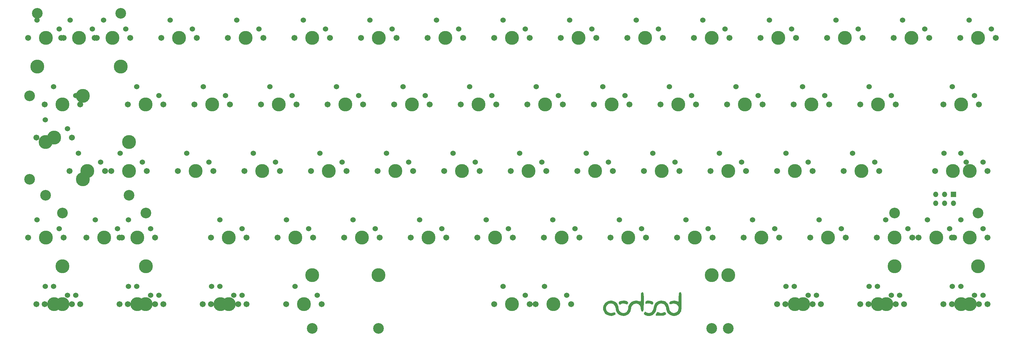
<source format=gbr>
G04 #@! TF.GenerationSoftware,KiCad,Pcbnew,(6.0.9)*
G04 #@! TF.CreationDate,2023-03-21T17:12:47-04:00*
G04 #@! TF.ProjectId,nue-pcb,6e75652d-7063-4622-9e6b-696361645f70,0.1*
G04 #@! TF.SameCoordinates,Original*
G04 #@! TF.FileFunction,Soldermask,Bot*
G04 #@! TF.FilePolarity,Negative*
%FSLAX46Y46*%
G04 Gerber Fmt 4.6, Leading zero omitted, Abs format (unit mm)*
G04 Created by KiCad (PCBNEW (6.0.9)) date 2023-03-21 17:12:47*
%MOMM*%
%LPD*%
G01*
G04 APERTURE LIST*
%ADD10C,1.701800*%
%ADD11C,1.524000*%
%ADD12C,3.987800*%
%ADD13C,3.048000*%
%ADD14R,1.524000X1.524000*%
%ADD15O,1.524000X1.524000*%
G04 APERTURE END LIST*
G36*
X238081445Y-140323249D02*
G01*
X238547278Y-140473348D01*
X238658031Y-140531261D01*
X238883185Y-140714618D01*
X238942088Y-140928298D01*
X238847011Y-141202139D01*
X238697630Y-141347969D01*
X238461687Y-141358351D01*
X238123473Y-141230209D01*
X237912244Y-141150826D01*
X237631356Y-141118702D01*
X237241450Y-141141386D01*
X236657419Y-141201222D01*
X236657419Y-140836424D01*
X236663777Y-140697632D01*
X236726481Y-140489290D01*
X236880597Y-140362517D01*
X237155838Y-140299510D01*
X237581919Y-140282464D01*
X238081445Y-140323249D01*
G37*
G36*
X246717103Y-137913416D02*
G01*
X246807176Y-137945910D01*
X246874067Y-138023817D01*
X246921192Y-138166755D01*
X246951967Y-138394341D01*
X246969806Y-138726191D01*
X246978127Y-139181923D01*
X246980344Y-139781153D01*
X246979873Y-140543498D01*
X246979854Y-140567324D01*
X246978148Y-141320712D01*
X246973548Y-141915100D01*
X246964689Y-142373562D01*
X246950202Y-142719174D01*
X246928723Y-142975010D01*
X246898884Y-143164147D01*
X246859319Y-143309659D01*
X246808661Y-143434622D01*
X246579306Y-143813570D01*
X246152841Y-144216024D01*
X245593464Y-144494730D01*
X245406382Y-144555437D01*
X244967290Y-144648314D01*
X244554745Y-144638753D01*
X244079055Y-144528772D01*
X243877746Y-144460422D01*
X243384086Y-144189776D01*
X243013663Y-143800519D01*
X242756642Y-143279901D01*
X242603191Y-142615172D01*
X242547143Y-142314139D01*
X242353729Y-141784156D01*
X242059380Y-141406271D01*
X241663695Y-141180062D01*
X241166273Y-141105107D01*
X240973047Y-141118904D01*
X240542244Y-141266837D01*
X240195371Y-141564812D01*
X239946525Y-141997805D01*
X239809803Y-142550792D01*
X239779903Y-142745145D01*
X239699375Y-143114875D01*
X239607102Y-143411635D01*
X239395440Y-143760994D01*
X239059460Y-144108562D01*
X238659950Y-144397260D01*
X238254888Y-144577115D01*
X238235533Y-144582414D01*
X237812582Y-144648861D01*
X237371158Y-144640586D01*
X236951179Y-144567684D01*
X236592564Y-144440252D01*
X236335231Y-144268388D01*
X236219099Y-144062189D01*
X236250068Y-143872487D01*
X236370094Y-143656682D01*
X236548260Y-143436657D01*
X236912222Y-143641215D01*
X236946764Y-143660120D01*
X237413302Y-143820851D01*
X237861600Y-143814359D01*
X238267653Y-143654942D01*
X238607458Y-143356900D01*
X238857012Y-142934531D01*
X238992311Y-142402134D01*
X239036478Y-142123629D01*
X239239643Y-141482211D01*
X239564036Y-140970575D01*
X240002375Y-140595732D01*
X240547379Y-140364694D01*
X241191765Y-140284470D01*
X241693707Y-140322444D01*
X242213189Y-140485551D01*
X242680612Y-140793092D01*
X242760427Y-140864301D01*
X243055995Y-141233819D01*
X243265956Y-141713508D01*
X243405327Y-142335323D01*
X243467108Y-142658207D01*
X243607487Y-143063130D01*
X243824644Y-143372904D01*
X244148577Y-143640198D01*
X244356494Y-143752981D01*
X244768563Y-143840596D01*
X245180499Y-143782341D01*
X245558917Y-143597530D01*
X245870435Y-143305476D01*
X246081669Y-142925496D01*
X246159236Y-142476902D01*
X246107914Y-142076227D01*
X245914815Y-141661000D01*
X245601331Y-141353073D01*
X245191988Y-141167950D01*
X244711314Y-141121136D01*
X244183835Y-141228137D01*
X244105555Y-141254339D01*
X243823150Y-141313642D01*
X243638650Y-141264124D01*
X243505676Y-141096803D01*
X243476950Y-141030980D01*
X243480212Y-140799476D01*
X243637146Y-140594637D01*
X243925071Y-140430698D01*
X244321305Y-140321895D01*
X244803167Y-140282464D01*
X245028489Y-140292418D01*
X245390886Y-140342109D01*
X245671152Y-140419514D01*
X245728740Y-140443077D01*
X245949411Y-140523916D01*
X246079369Y-140556564D01*
X246083170Y-140555281D01*
X246112983Y-140450237D01*
X246137262Y-140201087D01*
X246153597Y-139842331D01*
X246159578Y-139408472D01*
X246161004Y-139142071D01*
X246177316Y-138638334D01*
X246216120Y-138285108D01*
X246282747Y-138060235D01*
X246382526Y-137941559D01*
X246520787Y-137906924D01*
X246600432Y-137906718D01*
X246717103Y-137913416D01*
G37*
G36*
X235840248Y-137906925D02*
G01*
X235947672Y-137923939D01*
X236031570Y-137987546D01*
X236094663Y-138117189D01*
X236139670Y-138332308D01*
X236169310Y-138652342D01*
X236186304Y-139096734D01*
X236193372Y-139684922D01*
X236193232Y-140436349D01*
X236193139Y-140462918D01*
X236186174Y-141296113D01*
X236170253Y-141963907D01*
X236142884Y-142483038D01*
X236101577Y-142870246D01*
X236043843Y-143142269D01*
X235967191Y-143315847D01*
X235869130Y-143407718D01*
X235747170Y-143434622D01*
X235660028Y-143425370D01*
X235547544Y-143356328D01*
X235464235Y-143194376D01*
X235397275Y-142909652D01*
X235333837Y-142472293D01*
X235283306Y-142211170D01*
X235085793Y-141750420D01*
X234787449Y-141407703D01*
X234417280Y-141191252D01*
X234004294Y-141109299D01*
X233577497Y-141170075D01*
X233165897Y-141381815D01*
X232798500Y-141752749D01*
X232722675Y-141892822D01*
X232620325Y-142206065D01*
X232549946Y-142579764D01*
X232540414Y-142651309D01*
X232373860Y-143316026D01*
X232081122Y-143849731D01*
X231659693Y-144255827D01*
X231107065Y-144537717D01*
X231007378Y-144570155D01*
X230432205Y-144656140D01*
X229838160Y-144597968D01*
X229279534Y-144406191D01*
X228810615Y-144091361D01*
X228803499Y-144084744D01*
X228574788Y-143793981D01*
X228368518Y-143403338D01*
X228219161Y-142990269D01*
X228161190Y-142632227D01*
X228130630Y-142320306D01*
X227964242Y-141862424D01*
X227678134Y-141491608D01*
X227300741Y-141231751D01*
X226860496Y-141106743D01*
X226385837Y-141140480D01*
X226177205Y-141224992D01*
X225851584Y-141466013D01*
X225577688Y-141787939D01*
X225413366Y-142131802D01*
X225412252Y-142135972D01*
X225382907Y-142577036D01*
X225507999Y-143004468D01*
X225761293Y-143379326D01*
X226116557Y-143662667D01*
X226547558Y-143815546D01*
X226893818Y-143812340D01*
X227326902Y-143703839D01*
X227609351Y-143623258D01*
X227873166Y-143626251D01*
X228022112Y-143759731D01*
X228068930Y-144029284D01*
X228055234Y-144156235D01*
X227957287Y-144307374D01*
X227726304Y-144444637D01*
X227607149Y-144496916D01*
X227016125Y-144644905D01*
X226411749Y-144632120D01*
X225835436Y-144463739D01*
X225328596Y-144144937D01*
X225089826Y-143911240D01*
X224756734Y-143421420D01*
X224574655Y-142893804D01*
X224534251Y-142353873D01*
X224626185Y-141827104D01*
X224841119Y-141338977D01*
X225169716Y-140914971D01*
X225602639Y-140580564D01*
X226130549Y-140361235D01*
X226744110Y-140282464D01*
X227074681Y-140306873D01*
X227629495Y-140454204D01*
X228118874Y-140714549D01*
X228490338Y-141064409D01*
X228587277Y-141209075D01*
X228785961Y-141623676D01*
X228928205Y-142082188D01*
X228982599Y-142493430D01*
X228993059Y-142632631D01*
X229125981Y-143038519D01*
X229379132Y-143403703D01*
X229711124Y-143661810D01*
X230164319Y-143820205D01*
X230595095Y-143806991D01*
X231041280Y-143620472D01*
X231394189Y-143331714D01*
X231639562Y-142916876D01*
X231727617Y-142415778D01*
X231774760Y-141986147D01*
X231976461Y-141431047D01*
X232316263Y-140961832D01*
X232771957Y-140599889D01*
X233321336Y-140366602D01*
X233942188Y-140283356D01*
X234153241Y-140292327D01*
X234518441Y-140342556D01*
X234805344Y-140422378D01*
X234944515Y-140478326D01*
X235121660Y-140527694D01*
X235242591Y-140504400D01*
X235318014Y-140386432D01*
X235358633Y-140151781D01*
X235375154Y-139778436D01*
X235378283Y-139244387D01*
X235378600Y-138993096D01*
X235384939Y-138546464D01*
X235406801Y-138242792D01*
X235453682Y-138054541D01*
X235535075Y-137954173D01*
X235660475Y-137914146D01*
X235839375Y-137906924D01*
X235840248Y-137906925D01*
G37*
G36*
X230675497Y-140298716D02*
G01*
X231127695Y-140383014D01*
X231461571Y-140532309D01*
X231661191Y-140734301D01*
X231710624Y-140976689D01*
X231593939Y-141247171D01*
X231491401Y-141357786D01*
X231370688Y-141371971D01*
X231159946Y-141295979D01*
X230866414Y-141198068D01*
X230412459Y-141130192D01*
X229992669Y-141156311D01*
X229667851Y-141277191D01*
X229508012Y-141378821D01*
X229348161Y-141448292D01*
X229240229Y-141411440D01*
X229124830Y-141267170D01*
X229038992Y-141115780D01*
X228999635Y-140843765D01*
X229122719Y-140615018D01*
X229396292Y-140439147D01*
X229808402Y-140325762D01*
X230347098Y-140284470D01*
X230675497Y-140298716D01*
G37*
G36*
X240142430Y-143486740D02*
G01*
X240306617Y-143551376D01*
X240540513Y-143663039D01*
X240923081Y-143807156D01*
X241355867Y-143822010D01*
X241794850Y-143664636D01*
X241938767Y-143594262D01*
X242191921Y-143534479D01*
X242371605Y-143622203D01*
X242513957Y-143867635D01*
X242578613Y-144053316D01*
X242556794Y-144179020D01*
X242417395Y-144295063D01*
X242195358Y-144422791D01*
X241920298Y-144547968D01*
X241789236Y-144580193D01*
X241448258Y-144613420D01*
X240962877Y-144624814D01*
X240355787Y-144614048D01*
X239649686Y-144580795D01*
X239614250Y-144563156D01*
X239596323Y-144433769D01*
X239645734Y-144219472D01*
X239742205Y-143968621D01*
X239865457Y-143729572D01*
X239995212Y-143550681D01*
X240111189Y-143480305D01*
X240142430Y-143486740D01*
G37*
D10*
X336867500Y-65087500D03*
D11*
X329247500Y-60007500D03*
D12*
X331787500Y-65087500D03*
D10*
X326707500Y-65087500D03*
D11*
X335597500Y-62547500D03*
X316547500Y-62547500D03*
D12*
X312737500Y-65087500D03*
D10*
X317817500Y-65087500D03*
D11*
X310197500Y-60007500D03*
D10*
X307657500Y-65087500D03*
X288607500Y-65087500D03*
D12*
X293687500Y-65087500D03*
D11*
X291147500Y-60007500D03*
X297497500Y-62547500D03*
D10*
X298767500Y-65087500D03*
X269557500Y-65087500D03*
D11*
X278447500Y-62547500D03*
X272097500Y-60007500D03*
D12*
X274637500Y-65087500D03*
D10*
X279717500Y-65087500D03*
X260667500Y-65087500D03*
D11*
X259397500Y-62547500D03*
D10*
X250507500Y-65087500D03*
D11*
X253047500Y-60007500D03*
D12*
X255587500Y-65087500D03*
D11*
X233997500Y-60007500D03*
D12*
X236537500Y-65087500D03*
D10*
X241617500Y-65087500D03*
D11*
X240347500Y-62547500D03*
D10*
X231457500Y-65087500D03*
X222567500Y-65087500D03*
D12*
X217487500Y-65087500D03*
D11*
X221297500Y-62547500D03*
X214947500Y-60007500D03*
D10*
X212407500Y-65087500D03*
X193357500Y-65087500D03*
D11*
X202247500Y-62547500D03*
D12*
X198437500Y-65087500D03*
D11*
X195897500Y-60007500D03*
D10*
X203517500Y-65087500D03*
X174307500Y-65087500D03*
D12*
X179387500Y-65087500D03*
D11*
X183197500Y-62547500D03*
D10*
X184467500Y-65087500D03*
D11*
X176847500Y-60007500D03*
D12*
X160337500Y-65087500D03*
D11*
X164147500Y-62547500D03*
X157797500Y-60007500D03*
D10*
X165417500Y-65087500D03*
X155257500Y-65087500D03*
X136207500Y-65087500D03*
D11*
X138747500Y-60007500D03*
X145097500Y-62547500D03*
D12*
X141287500Y-65087500D03*
D10*
X146367500Y-65087500D03*
D11*
X126047500Y-62547500D03*
X119697500Y-60007500D03*
D10*
X127317500Y-65087500D03*
D12*
X122237500Y-65087500D03*
D10*
X117157500Y-65087500D03*
D12*
X103187500Y-65087500D03*
D11*
X106997500Y-62547500D03*
D10*
X98107500Y-65087500D03*
D11*
X100647500Y-60007500D03*
D10*
X108267500Y-65087500D03*
D12*
X74612500Y-65087500D03*
D11*
X72072500Y-60007500D03*
D12*
X62674500Y-73342500D03*
D10*
X69532500Y-65087500D03*
X79692500Y-65087500D03*
D13*
X86550500Y-58102500D03*
D11*
X78422500Y-62547500D03*
D13*
X62674500Y-58102500D03*
D12*
X86550500Y-73342500D03*
D11*
X300672500Y-79057500D03*
D10*
X308292500Y-84137500D03*
D11*
X307022500Y-81597500D03*
D10*
X298132500Y-84137500D03*
D12*
X303212500Y-84137500D03*
D11*
X287972500Y-81597500D03*
X281622500Y-79057500D03*
D10*
X289242500Y-84137500D03*
D12*
X284162500Y-84137500D03*
D10*
X279082500Y-84137500D03*
D11*
X262572500Y-79057500D03*
D10*
X260032500Y-84137500D03*
D11*
X268922500Y-81597500D03*
D10*
X270192500Y-84137500D03*
D12*
X265112500Y-84137500D03*
D11*
X249872500Y-81597500D03*
D12*
X246062500Y-84137500D03*
D10*
X240982500Y-84137500D03*
D11*
X243522500Y-79057500D03*
D10*
X251142500Y-84137500D03*
X232092500Y-84137500D03*
D11*
X230822500Y-81597500D03*
X224472500Y-79057500D03*
D12*
X227012500Y-84137500D03*
D10*
X221932500Y-84137500D03*
D11*
X205422500Y-79057500D03*
D10*
X213042500Y-84137500D03*
D11*
X211772500Y-81597500D03*
D10*
X202882500Y-84137500D03*
D12*
X207962500Y-84137500D03*
D10*
X193992500Y-84137500D03*
D11*
X186372500Y-79057500D03*
X192722500Y-81597500D03*
D12*
X188912500Y-84137500D03*
D10*
X183832500Y-84137500D03*
X174942500Y-84137500D03*
D12*
X169862500Y-84137500D03*
D10*
X164782500Y-84137500D03*
D11*
X167322500Y-79057500D03*
X173672500Y-81597500D03*
X154622500Y-81597500D03*
D12*
X150812500Y-84137500D03*
D10*
X145732500Y-84137500D03*
D11*
X148272500Y-79057500D03*
D10*
X155892500Y-84137500D03*
X126682500Y-84137500D03*
D12*
X131762500Y-84137500D03*
D11*
X129222500Y-79057500D03*
X135572500Y-81597500D03*
D10*
X136842500Y-84137500D03*
D11*
X116522500Y-81597500D03*
D12*
X112712500Y-84137500D03*
D10*
X107632500Y-84137500D03*
X117792500Y-84137500D03*
D11*
X110172500Y-79057500D03*
X97472500Y-81597500D03*
D10*
X98742500Y-84137500D03*
D12*
X93662500Y-84137500D03*
D10*
X88582500Y-84137500D03*
D11*
X91122500Y-79057500D03*
D12*
X65087500Y-65087500D03*
D10*
X70167500Y-65087500D03*
D11*
X62547500Y-60007500D03*
X68897500Y-62547500D03*
D10*
X60007500Y-65087500D03*
D11*
X283210000Y-100647500D03*
D10*
X274320000Y-103187500D03*
X284480000Y-103187500D03*
D11*
X276860000Y-98107500D03*
D12*
X279400000Y-103187500D03*
X260350000Y-103187500D03*
D10*
X265430000Y-103187500D03*
X255270000Y-103187500D03*
D11*
X257810000Y-98107500D03*
X264160000Y-100647500D03*
X245110000Y-100647500D03*
X238760000Y-98107500D03*
D10*
X246380000Y-103187500D03*
X236220000Y-103187500D03*
D12*
X241300000Y-103187500D03*
D10*
X217170000Y-103187500D03*
X227330000Y-103187500D03*
D11*
X219710000Y-98107500D03*
X226060000Y-100647500D03*
D12*
X222250000Y-103187500D03*
X184150000Y-103187500D03*
D10*
X189230000Y-103187500D03*
D11*
X187960000Y-100647500D03*
D10*
X179070000Y-103187500D03*
D11*
X181610000Y-98107500D03*
D10*
X170180000Y-103187500D03*
X160020000Y-103187500D03*
D12*
X165100000Y-103187500D03*
D11*
X168910000Y-100647500D03*
X162560000Y-98107500D03*
X143510000Y-98107500D03*
D10*
X151130000Y-103187500D03*
D11*
X149860000Y-100647500D03*
D10*
X140970000Y-103187500D03*
D12*
X146050000Y-103187500D03*
D11*
X130810000Y-100647500D03*
D10*
X121920000Y-103187500D03*
X132080000Y-103187500D03*
D12*
X127000000Y-103187500D03*
D11*
X124460000Y-98107500D03*
X105410000Y-98107500D03*
D10*
X113030000Y-103187500D03*
D11*
X111760000Y-100647500D03*
D10*
X102870000Y-103187500D03*
D12*
X107950000Y-103187500D03*
D11*
X67310000Y-79057500D03*
D10*
X64770000Y-84137500D03*
D11*
X73660000Y-81597500D03*
D10*
X74930000Y-84137500D03*
D12*
X69850000Y-84137500D03*
D13*
X331819250Y-115252500D03*
X307943250Y-115252500D03*
D10*
X324961250Y-122237500D03*
D12*
X319881250Y-122237500D03*
X307943250Y-130492500D03*
D11*
X317341250Y-117157500D03*
D10*
X314801250Y-122237500D03*
D12*
X331819250Y-130492500D03*
D11*
X323691250Y-119697500D03*
X286385000Y-117157500D03*
D10*
X283845000Y-122237500D03*
X294005000Y-122237500D03*
D11*
X292735000Y-119697500D03*
D12*
X288925000Y-122237500D03*
D10*
X274955000Y-122237500D03*
D11*
X273685000Y-119697500D03*
D10*
X264795000Y-122237500D03*
D12*
X269875000Y-122237500D03*
D11*
X267335000Y-117157500D03*
D12*
X212725000Y-122237500D03*
D11*
X210185000Y-117157500D03*
X216535000Y-119697500D03*
D10*
X207645000Y-122237500D03*
X217805000Y-122237500D03*
X188595000Y-122237500D03*
D12*
X193675000Y-122237500D03*
D10*
X198755000Y-122237500D03*
D11*
X197485000Y-119697500D03*
X191135000Y-117157500D03*
D12*
X174625000Y-122237500D03*
D11*
X172085000Y-117157500D03*
D10*
X179705000Y-122237500D03*
X169545000Y-122237500D03*
D11*
X178435000Y-119697500D03*
X159385000Y-119697500D03*
D10*
X150495000Y-122237500D03*
D12*
X155575000Y-122237500D03*
D10*
X160655000Y-122237500D03*
D11*
X153035000Y-117157500D03*
D10*
X141605000Y-122237500D03*
X131445000Y-122237500D03*
D12*
X136525000Y-122237500D03*
D11*
X140335000Y-119697500D03*
X133985000Y-117157500D03*
D10*
X112395000Y-122237500D03*
D11*
X114935000Y-117157500D03*
X121285000Y-119697500D03*
D10*
X122555000Y-122237500D03*
D12*
X117475000Y-122237500D03*
D11*
X85566250Y-119697500D03*
D10*
X76676250Y-122237500D03*
D13*
X69818250Y-115252500D03*
D12*
X69818250Y-130492500D03*
X93694250Y-130492500D03*
X81756250Y-122237500D03*
D13*
X93694250Y-115252500D03*
D10*
X86836250Y-122237500D03*
D11*
X79216250Y-117157500D03*
D12*
X65087500Y-122237500D03*
D11*
X62547500Y-117157500D03*
X68897500Y-119697500D03*
D10*
X70167500Y-122237500D03*
X60007500Y-122237500D03*
D11*
X326866250Y-136207500D03*
D12*
X329406250Y-141287500D03*
D10*
X334486250Y-141287500D03*
D11*
X333216250Y-138747500D03*
D10*
X324326250Y-141287500D03*
D12*
X305593750Y-141287500D03*
D11*
X309403750Y-138747500D03*
D10*
X310673750Y-141287500D03*
X300513750Y-141287500D03*
D11*
X303053750Y-136207500D03*
X285591250Y-138747500D03*
D12*
X281781250Y-141287500D03*
D10*
X286861250Y-141287500D03*
D11*
X279241250Y-136207500D03*
D10*
X276701250Y-141287500D03*
D12*
X138906250Y-141287500D03*
D10*
X133826250Y-141287500D03*
X143986250Y-141287500D03*
D11*
X142716250Y-138747500D03*
X136366250Y-136207500D03*
D10*
X120173750Y-141287500D03*
D12*
X115093750Y-141287500D03*
D11*
X118903750Y-138747500D03*
D10*
X110013750Y-141287500D03*
D11*
X112553750Y-136207500D03*
X64928750Y-136207500D03*
D10*
X72548750Y-141287500D03*
D12*
X67468750Y-141287500D03*
D11*
X71278750Y-138747500D03*
D10*
X62388750Y-141287500D03*
D11*
X87947500Y-62547500D03*
D10*
X89217500Y-65087500D03*
D12*
X84137500Y-65087500D03*
D11*
X81597500Y-60007500D03*
D10*
X79057500Y-65087500D03*
D13*
X60483750Y-105600500D03*
D12*
X75723750Y-81724500D03*
D10*
X72548750Y-93662500D03*
D11*
X71278750Y-91122500D03*
D12*
X67468750Y-93662500D03*
D13*
X60483750Y-81724500D03*
D10*
X62388750Y-93662500D03*
D12*
X75723750Y-105600500D03*
D11*
X64928750Y-88582500D03*
D10*
X324326250Y-122237500D03*
D11*
X333216250Y-119697500D03*
D10*
X334486250Y-122237500D03*
D12*
X329406250Y-122237500D03*
D11*
X326866250Y-117157500D03*
D12*
X91281250Y-122237500D03*
D11*
X88741250Y-117157500D03*
D10*
X86201250Y-122237500D03*
D11*
X95091250Y-119697500D03*
D10*
X96361250Y-122237500D03*
D11*
X330835000Y-138747500D03*
D12*
X327025000Y-141287500D03*
D10*
X332105000Y-141287500D03*
D11*
X324485000Y-136207500D03*
D10*
X321945000Y-141287500D03*
D11*
X300672500Y-136207500D03*
D10*
X298132500Y-141287500D03*
D12*
X303212500Y-141287500D03*
D10*
X308292500Y-141287500D03*
D11*
X307022500Y-138747500D03*
X114935000Y-136207500D03*
D10*
X122555000Y-141287500D03*
D11*
X121285000Y-138747500D03*
D10*
X112395000Y-141287500D03*
D12*
X117475000Y-141287500D03*
D11*
X91122500Y-136207500D03*
D12*
X93662500Y-141287500D03*
D10*
X88582500Y-141287500D03*
D11*
X97472500Y-138747500D03*
D10*
X98742500Y-141287500D03*
X74930000Y-141287500D03*
D12*
X69850000Y-141287500D03*
D10*
X64770000Y-141287500D03*
D11*
X67310000Y-136207500D03*
X73660000Y-138747500D03*
D12*
X307975000Y-122237500D03*
D11*
X305435000Y-117157500D03*
D10*
X302895000Y-122237500D03*
D11*
X311785000Y-119697500D03*
D10*
X313055000Y-122237500D03*
D11*
X92710000Y-100647500D03*
X86360000Y-98107500D03*
D10*
X83820000Y-103187500D03*
X93980000Y-103187500D03*
D12*
X88900000Y-103187500D03*
D13*
X141287500Y-148272500D03*
D12*
X255587500Y-133032500D03*
X198437500Y-141287500D03*
D11*
X202247500Y-138747500D03*
X195897500Y-136207500D03*
D10*
X193357500Y-141287500D03*
D12*
X141287500Y-133032500D03*
D13*
X255587500Y-148272500D03*
D10*
X203517500Y-141287500D03*
D12*
X210343750Y-141287500D03*
D10*
X205263750Y-141287500D03*
X215423750Y-141287500D03*
D12*
X260381750Y-133032500D03*
D13*
X160305750Y-148272500D03*
D12*
X160305750Y-133032500D03*
D13*
X260381750Y-148272500D03*
D11*
X214153750Y-138747500D03*
X207803750Y-136207500D03*
X235585000Y-119697500D03*
D10*
X236855000Y-122237500D03*
D12*
X231775000Y-122237500D03*
D11*
X229235000Y-117157500D03*
D10*
X226695000Y-122237500D03*
X255905000Y-122237500D03*
D11*
X254635000Y-119697500D03*
X248285000Y-117157500D03*
D10*
X245745000Y-122237500D03*
D12*
X250825000Y-122237500D03*
D14*
X324802500Y-109918500D03*
D15*
X324802500Y-112458500D03*
X322262500Y-109918500D03*
X322262500Y-112458500D03*
X319722500Y-109918500D03*
X319722500Y-112458500D03*
D13*
X88931750Y-110172500D03*
D11*
X80803750Y-100647500D03*
X74453750Y-98107500D03*
D10*
X71913750Y-103187500D03*
D12*
X88931750Y-94932500D03*
D10*
X82073750Y-103187500D03*
D13*
X65055750Y-110172500D03*
D12*
X76993750Y-103187500D03*
X65055750Y-94932500D03*
D11*
X322103750Y-98107500D03*
D10*
X329723750Y-103187500D03*
X319563750Y-103187500D03*
D12*
X324643750Y-103187500D03*
D11*
X328453750Y-100647500D03*
D12*
X327025000Y-84137500D03*
D10*
X321945000Y-84137500D03*
D11*
X324485000Y-79057500D03*
X330835000Y-81597500D03*
D10*
X332105000Y-84137500D03*
D11*
X333216250Y-100647500D03*
D12*
X329406250Y-103187500D03*
D10*
X324326250Y-103187500D03*
D11*
X326866250Y-98107500D03*
D10*
X334486250Y-103187500D03*
D11*
X200660000Y-98107500D03*
X207010000Y-100647500D03*
D10*
X208280000Y-103187500D03*
X198120000Y-103187500D03*
D12*
X203200000Y-103187500D03*
X298450000Y-103187500D03*
D10*
X303530000Y-103187500D03*
D11*
X295910000Y-98107500D03*
X302260000Y-100647500D03*
D10*
X293370000Y-103187500D03*
X274320000Y-141287500D03*
D12*
X279400000Y-141287500D03*
D11*
X283210000Y-138747500D03*
X276860000Y-136207500D03*
D10*
X284480000Y-141287500D03*
D11*
X95091250Y-138747500D03*
X88741250Y-136207500D03*
D10*
X86201250Y-141287500D03*
D12*
X91281250Y-141287500D03*
D10*
X96361250Y-141287500D03*
M02*

</source>
